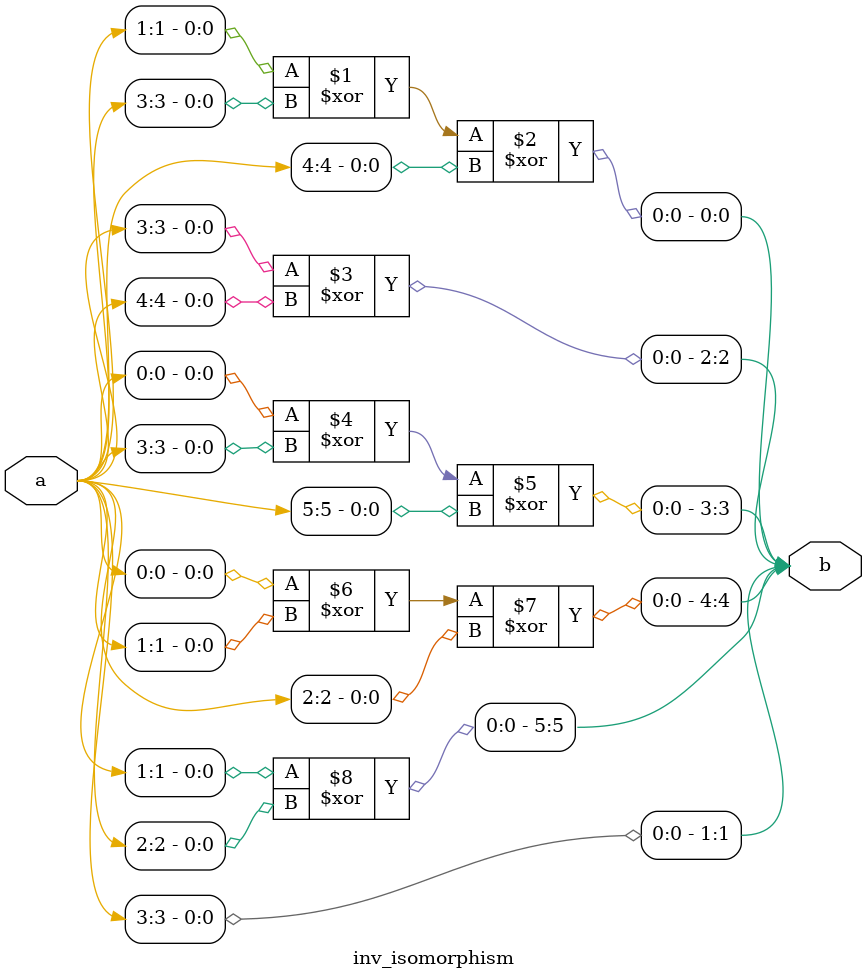
<source format=v>
`timescale 1ns/100ps
module SMS23_5_nn_6_5(x,y);
	 input [5:0] x;
	 output [5:0] y;
	 wire [5:0] w;
	 wire [5:0] p;
	 isomorphism C2 (x,w);
	 power_5 C3 (w,p);
	 inv_isomorphism C4 (p,y);
endmodule

module square_base(a,b);
	 input [1:0] a;
	 output [1:0] b;
	 assign b[0]=a[1];
	 assign b[1]=a[0];
endmodule

module add_base(a,b,c);
	 input [1:0] a;
	 input [1:0] b;
	 output [1:0] c;
	 assign c[0]=a[0]^b[0];
	 assign c[1]=a[1]^b[1];
endmodule

module constant_multiplication_base_0(a,b);
	 input [1:0] a;
	 output [1:0] b;
	 assign b[0]=0;
	 assign b[1]=0;
endmodule

module constant_multiplication_base_1(a,b);
	 input [1:0] a;
	 output [1:0] b;
	 assign b[0]=a[0];
	 assign b[1]=a[1];
endmodule

module constant_multiplication_base_2(a,b);
	 input [1:0] a;
	 output [1:0] b;
	 assign b[0]=a[1];
	 assign b[1]=a[0]^a[1];
endmodule

module constant_multiplication_base_3(a,b);
	 input [1:0] a;
	 output [1:0] b;
	 assign b[0]=a[0]^a[1];
	 assign b[1]=a[0];
endmodule

module multiplication_base(a,b,c);
	 input [1:0] a;
	 input [1:0] b;
	 output [1:0] c;
	 wire t;
	 assign t=(a[0]&b[1])^(a[1]&b[0]);
	 assign c[0]=(a[1]&b[1])^t;
	 assign c[1]=(a[0]&b[0])^t;
endmodule
module power_5(a,b);
	 input [5:0] a;
	 output [5:0] b;
	 wire [1:0] x_0;
	 wire [1:0] x_1;
	 wire [1:0] x_2;
	 wire [1:0] y_0;
	 wire [1:0] y_1;
	 wire [1:0] y_2;
	 wire [1:0] y_3;
	 wire [1:0] y_4;
	 wire [1:0] y_5;
	 wire [1:0] z_00;
	 wire [1:0] z_01;
	 wire [1:0] z_02;
	 wire [1:0] z_03;
	 wire [1:0] z_04;
	 wire [1:0] z_10;
	 wire [1:0] z_11;
	 wire [1:0] z_12;
	 wire [1:0] z_13;
	 wire [1:0] z_14;
	 wire [1:0] z_20;
	 wire [1:0] z_21;
	 wire [1:0] z_22;
	 wire [1:0] z_23;
	 wire [1:0] z_24;
	 wire [1:0] w_00;
	 wire [1:0] w_01;
	 wire [1:0] w_02;
	 wire [1:0] w_03;
	 wire [1:0] w_04;
	 wire [1:0] w_05;
	 wire [1:0] w_10;
	 wire [1:0] w_11;
	 wire [1:0] w_12;
	 wire [1:0] w_13;
	 wire [1:0] w_14;
	 wire [1:0] w_15;
	 wire [1:0] w_20;
	 wire [1:0] w_21;
	 wire [1:0] w_22;
	 wire [1:0] w_23;
	 wire [1:0] w_24;
	 wire [1:0] w_25;
	 assign x_0[0]=a[0];
	 assign x_0[1]=a[1];
	 assign x_1[0]=a[2];
	 assign x_1[1]=a[3];
	 assign x_2[0]=a[4];
	 assign x_2[1]=a[5];
	 square_base A1 (x_0,y_0);
	 square_base A2 (x_1,y_1);
	 square_base A3 (x_2,y_2);
	 multiplication_base A4 (x_0,x_1,y_3);
	 multiplication_base A5 (x_0,x_2,y_4);
	 multiplication_base A6 (x_1,x_2,y_5);
	 constant_multiplication_base_3 MC00 (y_0,w_00);
	 constant_multiplication_base_0 MC01 (y_1,w_01);
	 constant_multiplication_base_1 MC02 (y_2,w_02);
	 constant_multiplication_base_2 MC03 (y_3,w_03);
	 constant_multiplication_base_1 MC04 (y_4,w_04);
	 constant_multiplication_base_2 MC05 (y_5,w_05);
	 constant_multiplication_base_1 MC10 (y_0,w_10);
	 constant_multiplication_base_3 MC11 (y_1,w_11);
	 constant_multiplication_base_0 MC12 (y_2,w_12);
	 constant_multiplication_base_1 MC13 (y_3,w_13);
	 constant_multiplication_base_2 MC14 (y_4,w_14);
	 constant_multiplication_base_2 MC15 (y_5,w_15);
	 constant_multiplication_base_0 MC20 (y_0,w_20);
	 constant_multiplication_base_1 MC21 (y_1,w_21);
	 constant_multiplication_base_3 MC22 (y_2,w_22);
	 constant_multiplication_base_2 MC23 (y_3,w_23);
	 constant_multiplication_base_2 MC24 (y_4,w_24);
	 constant_multiplication_base_1 MC25 (y_5,w_25);
	 add_base B00 (w_00,w_01,z_00);
	 add_base B01 (w_02,w_03,z_01);
	 add_base B02 (w_04,w_05,z_02);
	 add_base B03 (z_00,z_01,z_03);
	 add_base B04 (z_03,z_02,z_04);
	 add_base B10 (w_10,w_11,z_10);
	 add_base B11 (w_12,w_13,z_11);
	 add_base B12 (w_14,w_15,z_12);
	 add_base B13 (z_10,z_11,z_13);
	 add_base B14 (z_13,z_12,z_14);
	 add_base B20 (w_20,w_21,z_20);
	 add_base B21 (w_22,w_23,z_21);
	 add_base B22 (w_24,w_25,z_22);
	 add_base B23 (z_20,z_21,z_23);
	 add_base B24 (z_23,z_22,z_24);
	 assign b[0]=z_04[0];
	 assign b[1]=z_04[1];
	 assign b[2]=z_14[0];
	 assign b[3]=z_14[1];
	 assign b[4]=z_24[0];
	 assign b[5]=z_24[1];
endmodule

module isomorphism(a,b);
	 input [5:0] a;
	 output [5:0] b;
	 assign b[0]=a[0]^a[4];
	 assign b[1]=a[0]^a[1]^a[2]^a[3]^a[4]^a[5];
	 assign b[2]=a[0]^a[2]^a[3];
	 assign b[3]=a[0]^a[2]^a[4]^a[5];
	 assign b[4]=a[1]^a[3]^a[5];
	 assign b[5]=a[1];
endmodule

module inv_isomorphism(a,b);
	 input [5:0] a;
	 output [5:0] b;
	 assign b[0]=a[1]^a[3]^a[4];
	 assign b[1]=a[3];
	 assign b[2]=a[3]^a[4];
	 assign b[3]=a[0]^a[3]^a[5];
	 assign b[4]=a[0]^a[1]^a[2];
	 assign b[5]=a[1]^a[2];
endmodule


</source>
